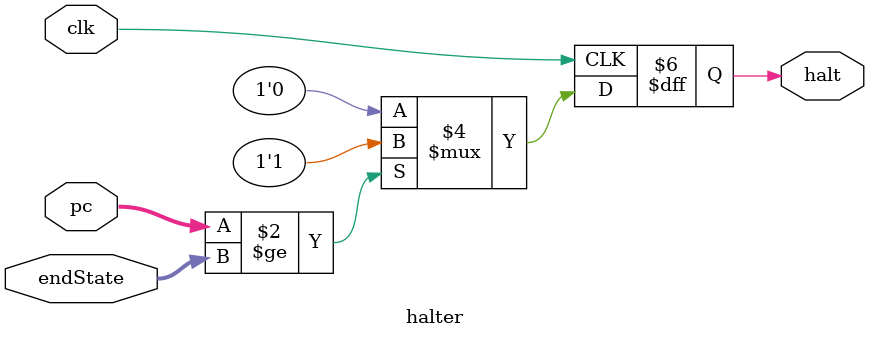
<source format=sv>

module halter(
  input clk,
  input[7:0] endState,
  input[7:0] pc,
  output logic halt
);

always @(posedge clk) begin
  if (pc >= endState)
    halt = 1;
  else
    halt = 0;
end

endmodule

</source>
